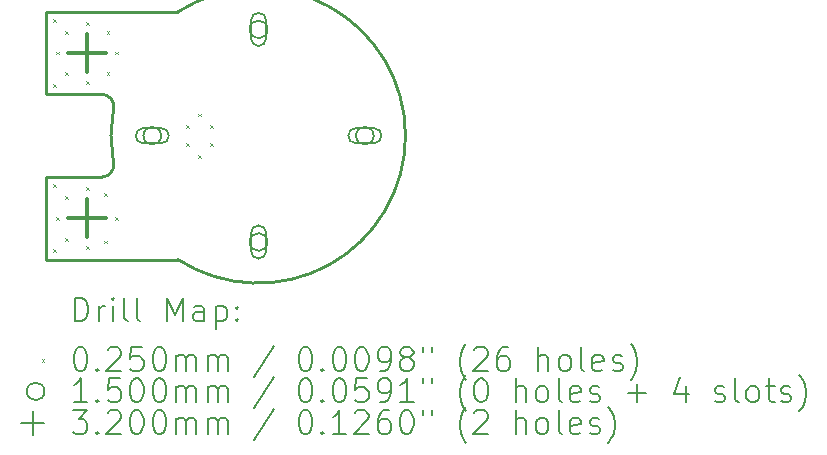
<source format=gbr>
%FSLAX45Y45*%
G04 Gerber Fmt 4.5, Leading zero omitted, Abs format (unit mm)*
G04 Created by KiCad (PCBNEW (6.0.0)) date 2022-07-17 22:10:55*
%MOMM*%
%LPD*%
G01*
G04 APERTURE LIST*
%TA.AperFunction,Profile*%
%ADD10C,0.250000*%
%TD*%
%ADD11C,0.200000*%
%ADD12C,0.025000*%
%ADD13C,0.150000*%
%ADD14C,0.320000*%
G04 APERTURE END LIST*
D10*
X20200000Y-15350000D02*
X20200000Y-16050000D01*
X20771620Y-14768518D02*
G75*
G03*
X20673350Y-14650000I-98270J18519D01*
G01*
X21320000Y-16050000D02*
X20200000Y-16050000D01*
X20771620Y-14768518D02*
G75*
G03*
X20771620Y-15231481I1228383J-231482D01*
G01*
X21320000Y-16050000D02*
G75*
G03*
X21320000Y-13950000I675305J1050000D01*
G01*
X21320000Y-13950000D02*
X20200000Y-13950000D01*
X20200000Y-13950000D02*
X20200000Y-14650000D01*
X20673350Y-15350000D02*
X20200000Y-15350000D01*
X20200000Y-14650000D02*
X20673350Y-14650000D01*
X20673350Y-15350000D02*
G75*
G03*
X20771620Y-15231481I0J100000D01*
G01*
D11*
D12*
X20262500Y-14012500D02*
X20287500Y-14037500D01*
X20287500Y-14012500D02*
X20262500Y-14037500D01*
X20262500Y-14562500D02*
X20287500Y-14587500D01*
X20287500Y-14562500D02*
X20262500Y-14587500D01*
X20262500Y-15412500D02*
X20287500Y-15437500D01*
X20287500Y-15412500D02*
X20262500Y-15437500D01*
X20262500Y-15962500D02*
X20287500Y-15987500D01*
X20287500Y-15962500D02*
X20262500Y-15987500D01*
X20287500Y-14287500D02*
X20312500Y-14312500D01*
X20312500Y-14287500D02*
X20287500Y-14312500D01*
X20287500Y-15687500D02*
X20312500Y-15712500D01*
X20312500Y-15687500D02*
X20287500Y-15712500D01*
X20362500Y-14112500D02*
X20387500Y-14137500D01*
X20387500Y-14112500D02*
X20362500Y-14137500D01*
X20362500Y-14462500D02*
X20387500Y-14487500D01*
X20387500Y-14462500D02*
X20362500Y-14487500D01*
X20362500Y-15512500D02*
X20387500Y-15537500D01*
X20387500Y-15512500D02*
X20362500Y-15537500D01*
X20362500Y-15862500D02*
X20387500Y-15887500D01*
X20387500Y-15862500D02*
X20362500Y-15887500D01*
X20537500Y-14037500D02*
X20562500Y-14062500D01*
X20562500Y-14037500D02*
X20537500Y-14062500D01*
X20537500Y-14537500D02*
X20562500Y-14562500D01*
X20562500Y-14537500D02*
X20537500Y-14562500D01*
X20537500Y-15437500D02*
X20562500Y-15462500D01*
X20562500Y-15437500D02*
X20537500Y-15462500D01*
X20537500Y-15937500D02*
X20562500Y-15962500D01*
X20562500Y-15937500D02*
X20537500Y-15962500D01*
X20687500Y-15487500D02*
X20712500Y-15512500D01*
X20712500Y-15487500D02*
X20687500Y-15512500D01*
X20687500Y-15887500D02*
X20712500Y-15912500D01*
X20712500Y-15887500D02*
X20687500Y-15912500D01*
X20712500Y-14112500D02*
X20737500Y-14137500D01*
X20737500Y-14112500D02*
X20712500Y-14137500D01*
X20712500Y-14462500D02*
X20737500Y-14487500D01*
X20737500Y-14462500D02*
X20712500Y-14487500D01*
X20787500Y-14287500D02*
X20812500Y-14312500D01*
X20812500Y-14287500D02*
X20787500Y-14312500D01*
X20787500Y-15687500D02*
X20812500Y-15712500D01*
X20812500Y-15687500D02*
X20787500Y-15712500D01*
X21387500Y-14912500D02*
X21412500Y-14937500D01*
X21412500Y-14912500D02*
X21387500Y-14937500D01*
X21387500Y-15062500D02*
X21412500Y-15087500D01*
X21412500Y-15062500D02*
X21387500Y-15087500D01*
X21487500Y-14812500D02*
X21512500Y-14837500D01*
X21512500Y-14812500D02*
X21487500Y-14837500D01*
X21487500Y-15162500D02*
X21512500Y-15187500D01*
X21512500Y-15162500D02*
X21487500Y-15187500D01*
X21587500Y-14912500D02*
X21612500Y-14937500D01*
X21612500Y-14912500D02*
X21587500Y-14937500D01*
X21587500Y-15062500D02*
X21612500Y-15087500D01*
X21612500Y-15062500D02*
X21587500Y-15087500D01*
D13*
X21175000Y-15000000D02*
G75*
G03*
X21175000Y-15000000I-75000J0D01*
G01*
D11*
X21025000Y-15065000D02*
X21175000Y-15065000D01*
X21025000Y-14935000D02*
X21175000Y-14935000D01*
X21175000Y-15065000D02*
G75*
G03*
X21175000Y-14935000I0J65000D01*
G01*
X21025000Y-14935000D02*
G75*
G03*
X21025000Y-15065000I0J-65000D01*
G01*
D13*
X22075000Y-14100000D02*
G75*
G03*
X22075000Y-14100000I-75000J0D01*
G01*
D11*
X21935000Y-14025000D02*
X21935000Y-14175000D01*
X22065000Y-14025000D02*
X22065000Y-14175000D01*
X21935000Y-14175000D02*
G75*
G03*
X22065000Y-14175000I65000J0D01*
G01*
X22065000Y-14025000D02*
G75*
G03*
X21935000Y-14025000I-65000J0D01*
G01*
D13*
X22075000Y-15900000D02*
G75*
G03*
X22075000Y-15900000I-75000J0D01*
G01*
D11*
X21935000Y-15825000D02*
X21935000Y-15975000D01*
X22065000Y-15825000D02*
X22065000Y-15975000D01*
X21935000Y-15975000D02*
G75*
G03*
X22065000Y-15975000I65000J0D01*
G01*
X22065000Y-15825000D02*
G75*
G03*
X21935000Y-15825000I-65000J0D01*
G01*
D13*
X22975000Y-15000000D02*
G75*
G03*
X22975000Y-15000000I-75000J0D01*
G01*
D11*
X22825000Y-15065000D02*
X22975000Y-15065000D01*
X22825000Y-14935000D02*
X22975000Y-14935000D01*
X22975000Y-15065000D02*
G75*
G03*
X22975000Y-14935000I0J65000D01*
G01*
X22825000Y-14935000D02*
G75*
G03*
X22825000Y-15065000I0J-65000D01*
G01*
D14*
X20550000Y-14140000D02*
X20550000Y-14460000D01*
X20390000Y-14300000D02*
X20710000Y-14300000D01*
X20550000Y-15540000D02*
X20550000Y-15860000D01*
X20390000Y-15700000D02*
X20710000Y-15700000D01*
D11*
X20445119Y-16571390D02*
X20445119Y-16371390D01*
X20492738Y-16371390D01*
X20521310Y-16380913D01*
X20540357Y-16399961D01*
X20549881Y-16419009D01*
X20559405Y-16457104D01*
X20559405Y-16485675D01*
X20549881Y-16523771D01*
X20540357Y-16542818D01*
X20521310Y-16561866D01*
X20492738Y-16571390D01*
X20445119Y-16571390D01*
X20645119Y-16571390D02*
X20645119Y-16438056D01*
X20645119Y-16476151D02*
X20654643Y-16457104D01*
X20664167Y-16447580D01*
X20683214Y-16438056D01*
X20702262Y-16438056D01*
X20768929Y-16571390D02*
X20768929Y-16438056D01*
X20768929Y-16371390D02*
X20759405Y-16380913D01*
X20768929Y-16390437D01*
X20778452Y-16380913D01*
X20768929Y-16371390D01*
X20768929Y-16390437D01*
X20892738Y-16571390D02*
X20873690Y-16561866D01*
X20864167Y-16542818D01*
X20864167Y-16371390D01*
X20997500Y-16571390D02*
X20978452Y-16561866D01*
X20968929Y-16542818D01*
X20968929Y-16371390D01*
X21226071Y-16571390D02*
X21226071Y-16371390D01*
X21292738Y-16514247D01*
X21359405Y-16371390D01*
X21359405Y-16571390D01*
X21540357Y-16571390D02*
X21540357Y-16466628D01*
X21530833Y-16447580D01*
X21511786Y-16438056D01*
X21473690Y-16438056D01*
X21454643Y-16447580D01*
X21540357Y-16561866D02*
X21521310Y-16571390D01*
X21473690Y-16571390D01*
X21454643Y-16561866D01*
X21445119Y-16542818D01*
X21445119Y-16523771D01*
X21454643Y-16504723D01*
X21473690Y-16495199D01*
X21521310Y-16495199D01*
X21540357Y-16485675D01*
X21635595Y-16438056D02*
X21635595Y-16638056D01*
X21635595Y-16447580D02*
X21654643Y-16438056D01*
X21692738Y-16438056D01*
X21711786Y-16447580D01*
X21721310Y-16457104D01*
X21730833Y-16476151D01*
X21730833Y-16533294D01*
X21721310Y-16552342D01*
X21711786Y-16561866D01*
X21692738Y-16571390D01*
X21654643Y-16571390D01*
X21635595Y-16561866D01*
X21816548Y-16552342D02*
X21826071Y-16561866D01*
X21816548Y-16571390D01*
X21807024Y-16561866D01*
X21816548Y-16552342D01*
X21816548Y-16571390D01*
X21816548Y-16447580D02*
X21826071Y-16457104D01*
X21816548Y-16466628D01*
X21807024Y-16457104D01*
X21816548Y-16447580D01*
X21816548Y-16466628D01*
D12*
X20162500Y-16888414D02*
X20187500Y-16913414D01*
X20187500Y-16888414D02*
X20162500Y-16913414D01*
D11*
X20483214Y-16791390D02*
X20502262Y-16791390D01*
X20521310Y-16800914D01*
X20530833Y-16810437D01*
X20540357Y-16829485D01*
X20549881Y-16867580D01*
X20549881Y-16915199D01*
X20540357Y-16953294D01*
X20530833Y-16972342D01*
X20521310Y-16981866D01*
X20502262Y-16991390D01*
X20483214Y-16991390D01*
X20464167Y-16981866D01*
X20454643Y-16972342D01*
X20445119Y-16953294D01*
X20435595Y-16915199D01*
X20435595Y-16867580D01*
X20445119Y-16829485D01*
X20454643Y-16810437D01*
X20464167Y-16800914D01*
X20483214Y-16791390D01*
X20635595Y-16972342D02*
X20645119Y-16981866D01*
X20635595Y-16991390D01*
X20626071Y-16981866D01*
X20635595Y-16972342D01*
X20635595Y-16991390D01*
X20721310Y-16810437D02*
X20730833Y-16800914D01*
X20749881Y-16791390D01*
X20797500Y-16791390D01*
X20816548Y-16800914D01*
X20826071Y-16810437D01*
X20835595Y-16829485D01*
X20835595Y-16848533D01*
X20826071Y-16877104D01*
X20711786Y-16991390D01*
X20835595Y-16991390D01*
X21016548Y-16791390D02*
X20921310Y-16791390D01*
X20911786Y-16886628D01*
X20921310Y-16877104D01*
X20940357Y-16867580D01*
X20987976Y-16867580D01*
X21007024Y-16877104D01*
X21016548Y-16886628D01*
X21026071Y-16905675D01*
X21026071Y-16953294D01*
X21016548Y-16972342D01*
X21007024Y-16981866D01*
X20987976Y-16991390D01*
X20940357Y-16991390D01*
X20921310Y-16981866D01*
X20911786Y-16972342D01*
X21149881Y-16791390D02*
X21168929Y-16791390D01*
X21187976Y-16800914D01*
X21197500Y-16810437D01*
X21207024Y-16829485D01*
X21216548Y-16867580D01*
X21216548Y-16915199D01*
X21207024Y-16953294D01*
X21197500Y-16972342D01*
X21187976Y-16981866D01*
X21168929Y-16991390D01*
X21149881Y-16991390D01*
X21130833Y-16981866D01*
X21121310Y-16972342D01*
X21111786Y-16953294D01*
X21102262Y-16915199D01*
X21102262Y-16867580D01*
X21111786Y-16829485D01*
X21121310Y-16810437D01*
X21130833Y-16800914D01*
X21149881Y-16791390D01*
X21302262Y-16991390D02*
X21302262Y-16858056D01*
X21302262Y-16877104D02*
X21311786Y-16867580D01*
X21330833Y-16858056D01*
X21359405Y-16858056D01*
X21378452Y-16867580D01*
X21387976Y-16886628D01*
X21387976Y-16991390D01*
X21387976Y-16886628D02*
X21397500Y-16867580D01*
X21416548Y-16858056D01*
X21445119Y-16858056D01*
X21464167Y-16867580D01*
X21473690Y-16886628D01*
X21473690Y-16991390D01*
X21568929Y-16991390D02*
X21568929Y-16858056D01*
X21568929Y-16877104D02*
X21578452Y-16867580D01*
X21597500Y-16858056D01*
X21626071Y-16858056D01*
X21645119Y-16867580D01*
X21654643Y-16886628D01*
X21654643Y-16991390D01*
X21654643Y-16886628D02*
X21664167Y-16867580D01*
X21683214Y-16858056D01*
X21711786Y-16858056D01*
X21730833Y-16867580D01*
X21740357Y-16886628D01*
X21740357Y-16991390D01*
X22130833Y-16781866D02*
X21959405Y-17039009D01*
X22387976Y-16791390D02*
X22407024Y-16791390D01*
X22426071Y-16800914D01*
X22435595Y-16810437D01*
X22445119Y-16829485D01*
X22454643Y-16867580D01*
X22454643Y-16915199D01*
X22445119Y-16953294D01*
X22435595Y-16972342D01*
X22426071Y-16981866D01*
X22407024Y-16991390D01*
X22387976Y-16991390D01*
X22368929Y-16981866D01*
X22359405Y-16972342D01*
X22349881Y-16953294D01*
X22340357Y-16915199D01*
X22340357Y-16867580D01*
X22349881Y-16829485D01*
X22359405Y-16810437D01*
X22368929Y-16800914D01*
X22387976Y-16791390D01*
X22540357Y-16972342D02*
X22549881Y-16981866D01*
X22540357Y-16991390D01*
X22530833Y-16981866D01*
X22540357Y-16972342D01*
X22540357Y-16991390D01*
X22673690Y-16791390D02*
X22692738Y-16791390D01*
X22711786Y-16800914D01*
X22721309Y-16810437D01*
X22730833Y-16829485D01*
X22740357Y-16867580D01*
X22740357Y-16915199D01*
X22730833Y-16953294D01*
X22721309Y-16972342D01*
X22711786Y-16981866D01*
X22692738Y-16991390D01*
X22673690Y-16991390D01*
X22654643Y-16981866D01*
X22645119Y-16972342D01*
X22635595Y-16953294D01*
X22626071Y-16915199D01*
X22626071Y-16867580D01*
X22635595Y-16829485D01*
X22645119Y-16810437D01*
X22654643Y-16800914D01*
X22673690Y-16791390D01*
X22864167Y-16791390D02*
X22883214Y-16791390D01*
X22902262Y-16800914D01*
X22911786Y-16810437D01*
X22921309Y-16829485D01*
X22930833Y-16867580D01*
X22930833Y-16915199D01*
X22921309Y-16953294D01*
X22911786Y-16972342D01*
X22902262Y-16981866D01*
X22883214Y-16991390D01*
X22864167Y-16991390D01*
X22845119Y-16981866D01*
X22835595Y-16972342D01*
X22826071Y-16953294D01*
X22816548Y-16915199D01*
X22816548Y-16867580D01*
X22826071Y-16829485D01*
X22835595Y-16810437D01*
X22845119Y-16800914D01*
X22864167Y-16791390D01*
X23026071Y-16991390D02*
X23064167Y-16991390D01*
X23083214Y-16981866D01*
X23092738Y-16972342D01*
X23111786Y-16943771D01*
X23121309Y-16905675D01*
X23121309Y-16829485D01*
X23111786Y-16810437D01*
X23102262Y-16800914D01*
X23083214Y-16791390D01*
X23045119Y-16791390D01*
X23026071Y-16800914D01*
X23016548Y-16810437D01*
X23007024Y-16829485D01*
X23007024Y-16877104D01*
X23016548Y-16896152D01*
X23026071Y-16905675D01*
X23045119Y-16915199D01*
X23083214Y-16915199D01*
X23102262Y-16905675D01*
X23111786Y-16896152D01*
X23121309Y-16877104D01*
X23235595Y-16877104D02*
X23216548Y-16867580D01*
X23207024Y-16858056D01*
X23197500Y-16839009D01*
X23197500Y-16829485D01*
X23207024Y-16810437D01*
X23216548Y-16800914D01*
X23235595Y-16791390D01*
X23273690Y-16791390D01*
X23292738Y-16800914D01*
X23302262Y-16810437D01*
X23311786Y-16829485D01*
X23311786Y-16839009D01*
X23302262Y-16858056D01*
X23292738Y-16867580D01*
X23273690Y-16877104D01*
X23235595Y-16877104D01*
X23216548Y-16886628D01*
X23207024Y-16896152D01*
X23197500Y-16915199D01*
X23197500Y-16953294D01*
X23207024Y-16972342D01*
X23216548Y-16981866D01*
X23235595Y-16991390D01*
X23273690Y-16991390D01*
X23292738Y-16981866D01*
X23302262Y-16972342D01*
X23311786Y-16953294D01*
X23311786Y-16915199D01*
X23302262Y-16896152D01*
X23292738Y-16886628D01*
X23273690Y-16877104D01*
X23387976Y-16791390D02*
X23387976Y-16829485D01*
X23464167Y-16791390D02*
X23464167Y-16829485D01*
X23759405Y-17067580D02*
X23749881Y-17058056D01*
X23730833Y-17029485D01*
X23721309Y-17010437D01*
X23711786Y-16981866D01*
X23702262Y-16934247D01*
X23702262Y-16896152D01*
X23711786Y-16848533D01*
X23721309Y-16819961D01*
X23730833Y-16800914D01*
X23749881Y-16772342D01*
X23759405Y-16762818D01*
X23826071Y-16810437D02*
X23835595Y-16800914D01*
X23854643Y-16791390D01*
X23902262Y-16791390D01*
X23921309Y-16800914D01*
X23930833Y-16810437D01*
X23940357Y-16829485D01*
X23940357Y-16848533D01*
X23930833Y-16877104D01*
X23816548Y-16991390D01*
X23940357Y-16991390D01*
X24111786Y-16791390D02*
X24073690Y-16791390D01*
X24054643Y-16800914D01*
X24045119Y-16810437D01*
X24026071Y-16839009D01*
X24016548Y-16877104D01*
X24016548Y-16953294D01*
X24026071Y-16972342D01*
X24035595Y-16981866D01*
X24054643Y-16991390D01*
X24092738Y-16991390D01*
X24111786Y-16981866D01*
X24121309Y-16972342D01*
X24130833Y-16953294D01*
X24130833Y-16905675D01*
X24121309Y-16886628D01*
X24111786Y-16877104D01*
X24092738Y-16867580D01*
X24054643Y-16867580D01*
X24035595Y-16877104D01*
X24026071Y-16886628D01*
X24016548Y-16905675D01*
X24368928Y-16991390D02*
X24368928Y-16791390D01*
X24454643Y-16991390D02*
X24454643Y-16886628D01*
X24445119Y-16867580D01*
X24426071Y-16858056D01*
X24397500Y-16858056D01*
X24378452Y-16867580D01*
X24368928Y-16877104D01*
X24578452Y-16991390D02*
X24559405Y-16981866D01*
X24549881Y-16972342D01*
X24540357Y-16953294D01*
X24540357Y-16896152D01*
X24549881Y-16877104D01*
X24559405Y-16867580D01*
X24578452Y-16858056D01*
X24607024Y-16858056D01*
X24626071Y-16867580D01*
X24635595Y-16877104D01*
X24645119Y-16896152D01*
X24645119Y-16953294D01*
X24635595Y-16972342D01*
X24626071Y-16981866D01*
X24607024Y-16991390D01*
X24578452Y-16991390D01*
X24759405Y-16991390D02*
X24740357Y-16981866D01*
X24730833Y-16962818D01*
X24730833Y-16791390D01*
X24911786Y-16981866D02*
X24892738Y-16991390D01*
X24854643Y-16991390D01*
X24835595Y-16981866D01*
X24826071Y-16962818D01*
X24826071Y-16886628D01*
X24835595Y-16867580D01*
X24854643Y-16858056D01*
X24892738Y-16858056D01*
X24911786Y-16867580D01*
X24921309Y-16886628D01*
X24921309Y-16905675D01*
X24826071Y-16924723D01*
X24997500Y-16981866D02*
X25016548Y-16991390D01*
X25054643Y-16991390D01*
X25073690Y-16981866D01*
X25083214Y-16962818D01*
X25083214Y-16953294D01*
X25073690Y-16934247D01*
X25054643Y-16924723D01*
X25026071Y-16924723D01*
X25007024Y-16915199D01*
X24997500Y-16896152D01*
X24997500Y-16886628D01*
X25007024Y-16867580D01*
X25026071Y-16858056D01*
X25054643Y-16858056D01*
X25073690Y-16867580D01*
X25149881Y-17067580D02*
X25159405Y-17058056D01*
X25178452Y-17029485D01*
X25187976Y-17010437D01*
X25197500Y-16981866D01*
X25207024Y-16934247D01*
X25207024Y-16896152D01*
X25197500Y-16848533D01*
X25187976Y-16819961D01*
X25178452Y-16800914D01*
X25159405Y-16772342D01*
X25149881Y-16762818D01*
D13*
X20187500Y-17164914D02*
G75*
G03*
X20187500Y-17164914I-75000J0D01*
G01*
D11*
X20549881Y-17255390D02*
X20435595Y-17255390D01*
X20492738Y-17255390D02*
X20492738Y-17055390D01*
X20473690Y-17083961D01*
X20454643Y-17103009D01*
X20435595Y-17112533D01*
X20635595Y-17236342D02*
X20645119Y-17245866D01*
X20635595Y-17255390D01*
X20626071Y-17245866D01*
X20635595Y-17236342D01*
X20635595Y-17255390D01*
X20826071Y-17055390D02*
X20730833Y-17055390D01*
X20721310Y-17150628D01*
X20730833Y-17141104D01*
X20749881Y-17131580D01*
X20797500Y-17131580D01*
X20816548Y-17141104D01*
X20826071Y-17150628D01*
X20835595Y-17169675D01*
X20835595Y-17217294D01*
X20826071Y-17236342D01*
X20816548Y-17245866D01*
X20797500Y-17255390D01*
X20749881Y-17255390D01*
X20730833Y-17245866D01*
X20721310Y-17236342D01*
X20959405Y-17055390D02*
X20978452Y-17055390D01*
X20997500Y-17064914D01*
X21007024Y-17074437D01*
X21016548Y-17093485D01*
X21026071Y-17131580D01*
X21026071Y-17179199D01*
X21016548Y-17217294D01*
X21007024Y-17236342D01*
X20997500Y-17245866D01*
X20978452Y-17255390D01*
X20959405Y-17255390D01*
X20940357Y-17245866D01*
X20930833Y-17236342D01*
X20921310Y-17217294D01*
X20911786Y-17179199D01*
X20911786Y-17131580D01*
X20921310Y-17093485D01*
X20930833Y-17074437D01*
X20940357Y-17064914D01*
X20959405Y-17055390D01*
X21149881Y-17055390D02*
X21168929Y-17055390D01*
X21187976Y-17064914D01*
X21197500Y-17074437D01*
X21207024Y-17093485D01*
X21216548Y-17131580D01*
X21216548Y-17179199D01*
X21207024Y-17217294D01*
X21197500Y-17236342D01*
X21187976Y-17245866D01*
X21168929Y-17255390D01*
X21149881Y-17255390D01*
X21130833Y-17245866D01*
X21121310Y-17236342D01*
X21111786Y-17217294D01*
X21102262Y-17179199D01*
X21102262Y-17131580D01*
X21111786Y-17093485D01*
X21121310Y-17074437D01*
X21130833Y-17064914D01*
X21149881Y-17055390D01*
X21302262Y-17255390D02*
X21302262Y-17122056D01*
X21302262Y-17141104D02*
X21311786Y-17131580D01*
X21330833Y-17122056D01*
X21359405Y-17122056D01*
X21378452Y-17131580D01*
X21387976Y-17150628D01*
X21387976Y-17255390D01*
X21387976Y-17150628D02*
X21397500Y-17131580D01*
X21416548Y-17122056D01*
X21445119Y-17122056D01*
X21464167Y-17131580D01*
X21473690Y-17150628D01*
X21473690Y-17255390D01*
X21568929Y-17255390D02*
X21568929Y-17122056D01*
X21568929Y-17141104D02*
X21578452Y-17131580D01*
X21597500Y-17122056D01*
X21626071Y-17122056D01*
X21645119Y-17131580D01*
X21654643Y-17150628D01*
X21654643Y-17255390D01*
X21654643Y-17150628D02*
X21664167Y-17131580D01*
X21683214Y-17122056D01*
X21711786Y-17122056D01*
X21730833Y-17131580D01*
X21740357Y-17150628D01*
X21740357Y-17255390D01*
X22130833Y-17045866D02*
X21959405Y-17303009D01*
X22387976Y-17055390D02*
X22407024Y-17055390D01*
X22426071Y-17064914D01*
X22435595Y-17074437D01*
X22445119Y-17093485D01*
X22454643Y-17131580D01*
X22454643Y-17179199D01*
X22445119Y-17217294D01*
X22435595Y-17236342D01*
X22426071Y-17245866D01*
X22407024Y-17255390D01*
X22387976Y-17255390D01*
X22368929Y-17245866D01*
X22359405Y-17236342D01*
X22349881Y-17217294D01*
X22340357Y-17179199D01*
X22340357Y-17131580D01*
X22349881Y-17093485D01*
X22359405Y-17074437D01*
X22368929Y-17064914D01*
X22387976Y-17055390D01*
X22540357Y-17236342D02*
X22549881Y-17245866D01*
X22540357Y-17255390D01*
X22530833Y-17245866D01*
X22540357Y-17236342D01*
X22540357Y-17255390D01*
X22673690Y-17055390D02*
X22692738Y-17055390D01*
X22711786Y-17064914D01*
X22721309Y-17074437D01*
X22730833Y-17093485D01*
X22740357Y-17131580D01*
X22740357Y-17179199D01*
X22730833Y-17217294D01*
X22721309Y-17236342D01*
X22711786Y-17245866D01*
X22692738Y-17255390D01*
X22673690Y-17255390D01*
X22654643Y-17245866D01*
X22645119Y-17236342D01*
X22635595Y-17217294D01*
X22626071Y-17179199D01*
X22626071Y-17131580D01*
X22635595Y-17093485D01*
X22645119Y-17074437D01*
X22654643Y-17064914D01*
X22673690Y-17055390D01*
X22921309Y-17055390D02*
X22826071Y-17055390D01*
X22816548Y-17150628D01*
X22826071Y-17141104D01*
X22845119Y-17131580D01*
X22892738Y-17131580D01*
X22911786Y-17141104D01*
X22921309Y-17150628D01*
X22930833Y-17169675D01*
X22930833Y-17217294D01*
X22921309Y-17236342D01*
X22911786Y-17245866D01*
X22892738Y-17255390D01*
X22845119Y-17255390D01*
X22826071Y-17245866D01*
X22816548Y-17236342D01*
X23026071Y-17255390D02*
X23064167Y-17255390D01*
X23083214Y-17245866D01*
X23092738Y-17236342D01*
X23111786Y-17207771D01*
X23121309Y-17169675D01*
X23121309Y-17093485D01*
X23111786Y-17074437D01*
X23102262Y-17064914D01*
X23083214Y-17055390D01*
X23045119Y-17055390D01*
X23026071Y-17064914D01*
X23016548Y-17074437D01*
X23007024Y-17093485D01*
X23007024Y-17141104D01*
X23016548Y-17160152D01*
X23026071Y-17169675D01*
X23045119Y-17179199D01*
X23083214Y-17179199D01*
X23102262Y-17169675D01*
X23111786Y-17160152D01*
X23121309Y-17141104D01*
X23311786Y-17255390D02*
X23197500Y-17255390D01*
X23254643Y-17255390D02*
X23254643Y-17055390D01*
X23235595Y-17083961D01*
X23216548Y-17103009D01*
X23197500Y-17112533D01*
X23387976Y-17055390D02*
X23387976Y-17093485D01*
X23464167Y-17055390D02*
X23464167Y-17093485D01*
X23759405Y-17331580D02*
X23749881Y-17322056D01*
X23730833Y-17293485D01*
X23721309Y-17274437D01*
X23711786Y-17245866D01*
X23702262Y-17198247D01*
X23702262Y-17160152D01*
X23711786Y-17112533D01*
X23721309Y-17083961D01*
X23730833Y-17064914D01*
X23749881Y-17036342D01*
X23759405Y-17026818D01*
X23873690Y-17055390D02*
X23892738Y-17055390D01*
X23911786Y-17064914D01*
X23921309Y-17074437D01*
X23930833Y-17093485D01*
X23940357Y-17131580D01*
X23940357Y-17179199D01*
X23930833Y-17217294D01*
X23921309Y-17236342D01*
X23911786Y-17245866D01*
X23892738Y-17255390D01*
X23873690Y-17255390D01*
X23854643Y-17245866D01*
X23845119Y-17236342D01*
X23835595Y-17217294D01*
X23826071Y-17179199D01*
X23826071Y-17131580D01*
X23835595Y-17093485D01*
X23845119Y-17074437D01*
X23854643Y-17064914D01*
X23873690Y-17055390D01*
X24178452Y-17255390D02*
X24178452Y-17055390D01*
X24264167Y-17255390D02*
X24264167Y-17150628D01*
X24254643Y-17131580D01*
X24235595Y-17122056D01*
X24207024Y-17122056D01*
X24187976Y-17131580D01*
X24178452Y-17141104D01*
X24387976Y-17255390D02*
X24368928Y-17245866D01*
X24359405Y-17236342D01*
X24349881Y-17217294D01*
X24349881Y-17160152D01*
X24359405Y-17141104D01*
X24368928Y-17131580D01*
X24387976Y-17122056D01*
X24416548Y-17122056D01*
X24435595Y-17131580D01*
X24445119Y-17141104D01*
X24454643Y-17160152D01*
X24454643Y-17217294D01*
X24445119Y-17236342D01*
X24435595Y-17245866D01*
X24416548Y-17255390D01*
X24387976Y-17255390D01*
X24568928Y-17255390D02*
X24549881Y-17245866D01*
X24540357Y-17226818D01*
X24540357Y-17055390D01*
X24721309Y-17245866D02*
X24702262Y-17255390D01*
X24664167Y-17255390D01*
X24645119Y-17245866D01*
X24635595Y-17226818D01*
X24635595Y-17150628D01*
X24645119Y-17131580D01*
X24664167Y-17122056D01*
X24702262Y-17122056D01*
X24721309Y-17131580D01*
X24730833Y-17150628D01*
X24730833Y-17169675D01*
X24635595Y-17188723D01*
X24807024Y-17245866D02*
X24826071Y-17255390D01*
X24864167Y-17255390D01*
X24883214Y-17245866D01*
X24892738Y-17226818D01*
X24892738Y-17217294D01*
X24883214Y-17198247D01*
X24864167Y-17188723D01*
X24835595Y-17188723D01*
X24816548Y-17179199D01*
X24807024Y-17160152D01*
X24807024Y-17150628D01*
X24816548Y-17131580D01*
X24835595Y-17122056D01*
X24864167Y-17122056D01*
X24883214Y-17131580D01*
X25130833Y-17179199D02*
X25283214Y-17179199D01*
X25207024Y-17255390D02*
X25207024Y-17103009D01*
X25616548Y-17122056D02*
X25616548Y-17255390D01*
X25568928Y-17045866D02*
X25521309Y-17188723D01*
X25645119Y-17188723D01*
X25864167Y-17245866D02*
X25883214Y-17255390D01*
X25921309Y-17255390D01*
X25940357Y-17245866D01*
X25949881Y-17226818D01*
X25949881Y-17217294D01*
X25940357Y-17198247D01*
X25921309Y-17188723D01*
X25892738Y-17188723D01*
X25873690Y-17179199D01*
X25864167Y-17160152D01*
X25864167Y-17150628D01*
X25873690Y-17131580D01*
X25892738Y-17122056D01*
X25921309Y-17122056D01*
X25940357Y-17131580D01*
X26064167Y-17255390D02*
X26045119Y-17245866D01*
X26035595Y-17226818D01*
X26035595Y-17055390D01*
X26168928Y-17255390D02*
X26149881Y-17245866D01*
X26140357Y-17236342D01*
X26130833Y-17217294D01*
X26130833Y-17160152D01*
X26140357Y-17141104D01*
X26149881Y-17131580D01*
X26168928Y-17122056D01*
X26197500Y-17122056D01*
X26216548Y-17131580D01*
X26226071Y-17141104D01*
X26235595Y-17160152D01*
X26235595Y-17217294D01*
X26226071Y-17236342D01*
X26216548Y-17245866D01*
X26197500Y-17255390D01*
X26168928Y-17255390D01*
X26292738Y-17122056D02*
X26368928Y-17122056D01*
X26321309Y-17055390D02*
X26321309Y-17226818D01*
X26330833Y-17245866D01*
X26349881Y-17255390D01*
X26368928Y-17255390D01*
X26426071Y-17245866D02*
X26445119Y-17255390D01*
X26483214Y-17255390D01*
X26502262Y-17245866D01*
X26511786Y-17226818D01*
X26511786Y-17217294D01*
X26502262Y-17198247D01*
X26483214Y-17188723D01*
X26454643Y-17188723D01*
X26435595Y-17179199D01*
X26426071Y-17160152D01*
X26426071Y-17150628D01*
X26435595Y-17131580D01*
X26454643Y-17122056D01*
X26483214Y-17122056D01*
X26502262Y-17131580D01*
X26578452Y-17331580D02*
X26587976Y-17322056D01*
X26607024Y-17293485D01*
X26616548Y-17274437D01*
X26626071Y-17245866D01*
X26635595Y-17198247D01*
X26635595Y-17160152D01*
X26626071Y-17112533D01*
X26616548Y-17083961D01*
X26607024Y-17064914D01*
X26587976Y-17036342D01*
X26578452Y-17026818D01*
X20087500Y-17334914D02*
X20087500Y-17534914D01*
X19987500Y-17434914D02*
X20187500Y-17434914D01*
X20426071Y-17325390D02*
X20549881Y-17325390D01*
X20483214Y-17401580D01*
X20511786Y-17401580D01*
X20530833Y-17411104D01*
X20540357Y-17420628D01*
X20549881Y-17439675D01*
X20549881Y-17487294D01*
X20540357Y-17506342D01*
X20530833Y-17515866D01*
X20511786Y-17525390D01*
X20454643Y-17525390D01*
X20435595Y-17515866D01*
X20426071Y-17506342D01*
X20635595Y-17506342D02*
X20645119Y-17515866D01*
X20635595Y-17525390D01*
X20626071Y-17515866D01*
X20635595Y-17506342D01*
X20635595Y-17525390D01*
X20721310Y-17344437D02*
X20730833Y-17334914D01*
X20749881Y-17325390D01*
X20797500Y-17325390D01*
X20816548Y-17334914D01*
X20826071Y-17344437D01*
X20835595Y-17363485D01*
X20835595Y-17382533D01*
X20826071Y-17411104D01*
X20711786Y-17525390D01*
X20835595Y-17525390D01*
X20959405Y-17325390D02*
X20978452Y-17325390D01*
X20997500Y-17334914D01*
X21007024Y-17344437D01*
X21016548Y-17363485D01*
X21026071Y-17401580D01*
X21026071Y-17449199D01*
X21016548Y-17487294D01*
X21007024Y-17506342D01*
X20997500Y-17515866D01*
X20978452Y-17525390D01*
X20959405Y-17525390D01*
X20940357Y-17515866D01*
X20930833Y-17506342D01*
X20921310Y-17487294D01*
X20911786Y-17449199D01*
X20911786Y-17401580D01*
X20921310Y-17363485D01*
X20930833Y-17344437D01*
X20940357Y-17334914D01*
X20959405Y-17325390D01*
X21149881Y-17325390D02*
X21168929Y-17325390D01*
X21187976Y-17334914D01*
X21197500Y-17344437D01*
X21207024Y-17363485D01*
X21216548Y-17401580D01*
X21216548Y-17449199D01*
X21207024Y-17487294D01*
X21197500Y-17506342D01*
X21187976Y-17515866D01*
X21168929Y-17525390D01*
X21149881Y-17525390D01*
X21130833Y-17515866D01*
X21121310Y-17506342D01*
X21111786Y-17487294D01*
X21102262Y-17449199D01*
X21102262Y-17401580D01*
X21111786Y-17363485D01*
X21121310Y-17344437D01*
X21130833Y-17334914D01*
X21149881Y-17325390D01*
X21302262Y-17525390D02*
X21302262Y-17392056D01*
X21302262Y-17411104D02*
X21311786Y-17401580D01*
X21330833Y-17392056D01*
X21359405Y-17392056D01*
X21378452Y-17401580D01*
X21387976Y-17420628D01*
X21387976Y-17525390D01*
X21387976Y-17420628D02*
X21397500Y-17401580D01*
X21416548Y-17392056D01*
X21445119Y-17392056D01*
X21464167Y-17401580D01*
X21473690Y-17420628D01*
X21473690Y-17525390D01*
X21568929Y-17525390D02*
X21568929Y-17392056D01*
X21568929Y-17411104D02*
X21578452Y-17401580D01*
X21597500Y-17392056D01*
X21626071Y-17392056D01*
X21645119Y-17401580D01*
X21654643Y-17420628D01*
X21654643Y-17525390D01*
X21654643Y-17420628D02*
X21664167Y-17401580D01*
X21683214Y-17392056D01*
X21711786Y-17392056D01*
X21730833Y-17401580D01*
X21740357Y-17420628D01*
X21740357Y-17525390D01*
X22130833Y-17315866D02*
X21959405Y-17573009D01*
X22387976Y-17325390D02*
X22407024Y-17325390D01*
X22426071Y-17334914D01*
X22435595Y-17344437D01*
X22445119Y-17363485D01*
X22454643Y-17401580D01*
X22454643Y-17449199D01*
X22445119Y-17487294D01*
X22435595Y-17506342D01*
X22426071Y-17515866D01*
X22407024Y-17525390D01*
X22387976Y-17525390D01*
X22368929Y-17515866D01*
X22359405Y-17506342D01*
X22349881Y-17487294D01*
X22340357Y-17449199D01*
X22340357Y-17401580D01*
X22349881Y-17363485D01*
X22359405Y-17344437D01*
X22368929Y-17334914D01*
X22387976Y-17325390D01*
X22540357Y-17506342D02*
X22549881Y-17515866D01*
X22540357Y-17525390D01*
X22530833Y-17515866D01*
X22540357Y-17506342D01*
X22540357Y-17525390D01*
X22740357Y-17525390D02*
X22626071Y-17525390D01*
X22683214Y-17525390D02*
X22683214Y-17325390D01*
X22664167Y-17353961D01*
X22645119Y-17373009D01*
X22626071Y-17382533D01*
X22816548Y-17344437D02*
X22826071Y-17334914D01*
X22845119Y-17325390D01*
X22892738Y-17325390D01*
X22911786Y-17334914D01*
X22921309Y-17344437D01*
X22930833Y-17363485D01*
X22930833Y-17382533D01*
X22921309Y-17411104D01*
X22807024Y-17525390D01*
X22930833Y-17525390D01*
X23102262Y-17325390D02*
X23064167Y-17325390D01*
X23045119Y-17334914D01*
X23035595Y-17344437D01*
X23016548Y-17373009D01*
X23007024Y-17411104D01*
X23007024Y-17487294D01*
X23016548Y-17506342D01*
X23026071Y-17515866D01*
X23045119Y-17525390D01*
X23083214Y-17525390D01*
X23102262Y-17515866D01*
X23111786Y-17506342D01*
X23121309Y-17487294D01*
X23121309Y-17439675D01*
X23111786Y-17420628D01*
X23102262Y-17411104D01*
X23083214Y-17401580D01*
X23045119Y-17401580D01*
X23026071Y-17411104D01*
X23016548Y-17420628D01*
X23007024Y-17439675D01*
X23245119Y-17325390D02*
X23264167Y-17325390D01*
X23283214Y-17334914D01*
X23292738Y-17344437D01*
X23302262Y-17363485D01*
X23311786Y-17401580D01*
X23311786Y-17449199D01*
X23302262Y-17487294D01*
X23292738Y-17506342D01*
X23283214Y-17515866D01*
X23264167Y-17525390D01*
X23245119Y-17525390D01*
X23226071Y-17515866D01*
X23216548Y-17506342D01*
X23207024Y-17487294D01*
X23197500Y-17449199D01*
X23197500Y-17401580D01*
X23207024Y-17363485D01*
X23216548Y-17344437D01*
X23226071Y-17334914D01*
X23245119Y-17325390D01*
X23387976Y-17325390D02*
X23387976Y-17363485D01*
X23464167Y-17325390D02*
X23464167Y-17363485D01*
X23759405Y-17601580D02*
X23749881Y-17592056D01*
X23730833Y-17563485D01*
X23721309Y-17544437D01*
X23711786Y-17515866D01*
X23702262Y-17468247D01*
X23702262Y-17430152D01*
X23711786Y-17382533D01*
X23721309Y-17353961D01*
X23730833Y-17334914D01*
X23749881Y-17306342D01*
X23759405Y-17296818D01*
X23826071Y-17344437D02*
X23835595Y-17334914D01*
X23854643Y-17325390D01*
X23902262Y-17325390D01*
X23921309Y-17334914D01*
X23930833Y-17344437D01*
X23940357Y-17363485D01*
X23940357Y-17382533D01*
X23930833Y-17411104D01*
X23816548Y-17525390D01*
X23940357Y-17525390D01*
X24178452Y-17525390D02*
X24178452Y-17325390D01*
X24264167Y-17525390D02*
X24264167Y-17420628D01*
X24254643Y-17401580D01*
X24235595Y-17392056D01*
X24207024Y-17392056D01*
X24187976Y-17401580D01*
X24178452Y-17411104D01*
X24387976Y-17525390D02*
X24368928Y-17515866D01*
X24359405Y-17506342D01*
X24349881Y-17487294D01*
X24349881Y-17430152D01*
X24359405Y-17411104D01*
X24368928Y-17401580D01*
X24387976Y-17392056D01*
X24416548Y-17392056D01*
X24435595Y-17401580D01*
X24445119Y-17411104D01*
X24454643Y-17430152D01*
X24454643Y-17487294D01*
X24445119Y-17506342D01*
X24435595Y-17515866D01*
X24416548Y-17525390D01*
X24387976Y-17525390D01*
X24568928Y-17525390D02*
X24549881Y-17515866D01*
X24540357Y-17496818D01*
X24540357Y-17325390D01*
X24721309Y-17515866D02*
X24702262Y-17525390D01*
X24664167Y-17525390D01*
X24645119Y-17515866D01*
X24635595Y-17496818D01*
X24635595Y-17420628D01*
X24645119Y-17401580D01*
X24664167Y-17392056D01*
X24702262Y-17392056D01*
X24721309Y-17401580D01*
X24730833Y-17420628D01*
X24730833Y-17439675D01*
X24635595Y-17458723D01*
X24807024Y-17515866D02*
X24826071Y-17525390D01*
X24864167Y-17525390D01*
X24883214Y-17515866D01*
X24892738Y-17496818D01*
X24892738Y-17487294D01*
X24883214Y-17468247D01*
X24864167Y-17458723D01*
X24835595Y-17458723D01*
X24816548Y-17449199D01*
X24807024Y-17430152D01*
X24807024Y-17420628D01*
X24816548Y-17401580D01*
X24835595Y-17392056D01*
X24864167Y-17392056D01*
X24883214Y-17401580D01*
X24959405Y-17601580D02*
X24968928Y-17592056D01*
X24987976Y-17563485D01*
X24997500Y-17544437D01*
X25007024Y-17515866D01*
X25016548Y-17468247D01*
X25016548Y-17430152D01*
X25007024Y-17382533D01*
X24997500Y-17353961D01*
X24987976Y-17334914D01*
X24968928Y-17306342D01*
X24959405Y-17296818D01*
M02*

</source>
